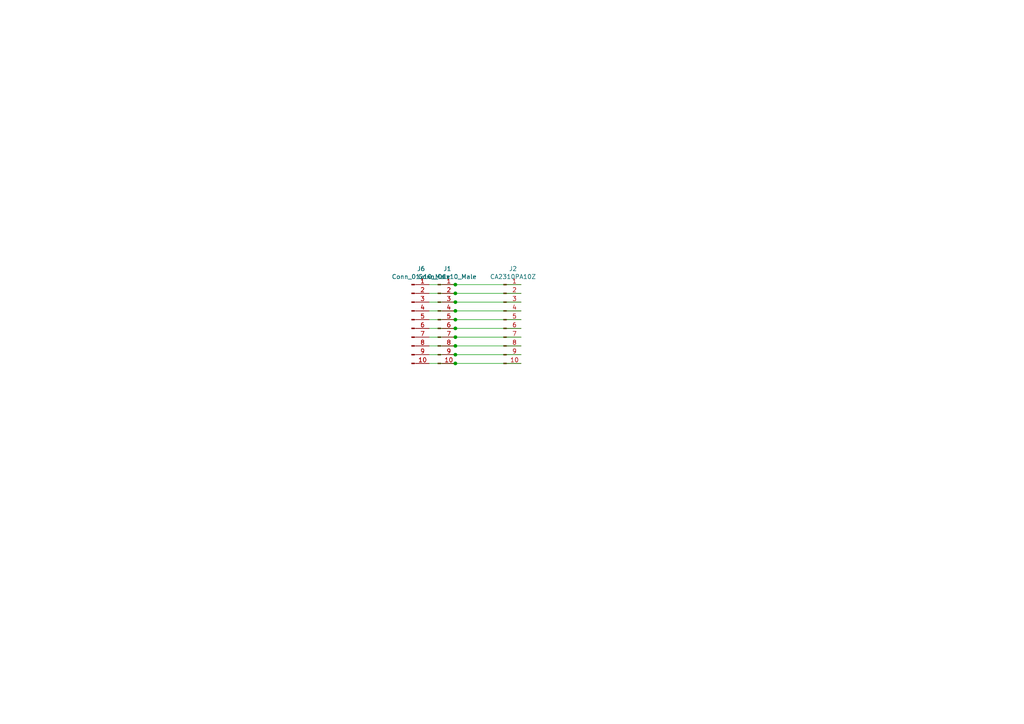
<source format=kicad_sch>
(kicad_sch (version 20211123) (generator eeschema)

  (uuid cccf2fa3-a2bb-4d6d-8426-651b5174ba40)

  (paper "A4")

  (lib_symbols
    (symbol "Connector:Conn_01x10_Male" (pin_names (offset 1.016) hide) (in_bom yes) (on_board yes)
      (property "Reference" "J" (id 0) (at 0 12.7 0)
        (effects (font (size 1.27 1.27)))
      )
      (property "Value" "Conn_01x10_Male" (id 1) (at 0 -15.24 0)
        (effects (font (size 1.27 1.27)))
      )
      (property "Footprint" "" (id 2) (at 0 0 0)
        (effects (font (size 1.27 1.27)) hide)
      )
      (property "Datasheet" "~" (id 3) (at 0 0 0)
        (effects (font (size 1.27 1.27)) hide)
      )
      (property "ki_keywords" "connector" (id 4) (at 0 0 0)
        (effects (font (size 1.27 1.27)) hide)
      )
      (property "ki_description" "Generic connector, single row, 01x10, script generated (kicad-library-utils/schlib/autogen/connector/)" (id 5) (at 0 0 0)
        (effects (font (size 1.27 1.27)) hide)
      )
      (property "ki_fp_filters" "Connector*:*_1x??_*" (id 6) (at 0 0 0)
        (effects (font (size 1.27 1.27)) hide)
      )
      (symbol "Conn_01x10_Male_1_1"
        (polyline
          (pts
            (xy 1.27 -12.7)
            (xy 0.8636 -12.7)
          )
          (stroke (width 0.1524) (type default) (color 0 0 0 0))
          (fill (type none))
        )
        (polyline
          (pts
            (xy 1.27 -10.16)
            (xy 0.8636 -10.16)
          )
          (stroke (width 0.1524) (type default) (color 0 0 0 0))
          (fill (type none))
        )
        (polyline
          (pts
            (xy 1.27 -7.62)
            (xy 0.8636 -7.62)
          )
          (stroke (width 0.1524) (type default) (color 0 0 0 0))
          (fill (type none))
        )
        (polyline
          (pts
            (xy 1.27 -5.08)
            (xy 0.8636 -5.08)
          )
          (stroke (width 0.1524) (type default) (color 0 0 0 0))
          (fill (type none))
        )
        (polyline
          (pts
            (xy 1.27 -2.54)
            (xy 0.8636 -2.54)
          )
          (stroke (width 0.1524) (type default) (color 0 0 0 0))
          (fill (type none))
        )
        (polyline
          (pts
            (xy 1.27 0)
            (xy 0.8636 0)
          )
          (stroke (width 0.1524) (type default) (color 0 0 0 0))
          (fill (type none))
        )
        (polyline
          (pts
            (xy 1.27 2.54)
            (xy 0.8636 2.54)
          )
          (stroke (width 0.1524) (type default) (color 0 0 0 0))
          (fill (type none))
        )
        (polyline
          (pts
            (xy 1.27 5.08)
            (xy 0.8636 5.08)
          )
          (stroke (width 0.1524) (type default) (color 0 0 0 0))
          (fill (type none))
        )
        (polyline
          (pts
            (xy 1.27 7.62)
            (xy 0.8636 7.62)
          )
          (stroke (width 0.1524) (type default) (color 0 0 0 0))
          (fill (type none))
        )
        (polyline
          (pts
            (xy 1.27 10.16)
            (xy 0.8636 10.16)
          )
          (stroke (width 0.1524) (type default) (color 0 0 0 0))
          (fill (type none))
        )
        (rectangle (start 0.8636 -12.573) (end 0 -12.827)
          (stroke (width 0.1524) (type default) (color 0 0 0 0))
          (fill (type outline))
        )
        (rectangle (start 0.8636 -10.033) (end 0 -10.287)
          (stroke (width 0.1524) (type default) (color 0 0 0 0))
          (fill (type outline))
        )
        (rectangle (start 0.8636 -7.493) (end 0 -7.747)
          (stroke (width 0.1524) (type default) (color 0 0 0 0))
          (fill (type outline))
        )
        (rectangle (start 0.8636 -4.953) (end 0 -5.207)
          (stroke (width 0.1524) (type default) (color 0 0 0 0))
          (fill (type outline))
        )
        (rectangle (start 0.8636 -2.413) (end 0 -2.667)
          (stroke (width 0.1524) (type default) (color 0 0 0 0))
          (fill (type outline))
        )
        (rectangle (start 0.8636 0.127) (end 0 -0.127)
          (stroke (width 0.1524) (type default) (color 0 0 0 0))
          (fill (type outline))
        )
        (rectangle (start 0.8636 2.667) (end 0 2.413)
          (stroke (width 0.1524) (type default) (color 0 0 0 0))
          (fill (type outline))
        )
        (rectangle (start 0.8636 5.207) (end 0 4.953)
          (stroke (width 0.1524) (type default) (color 0 0 0 0))
          (fill (type outline))
        )
        (rectangle (start 0.8636 7.747) (end 0 7.493)
          (stroke (width 0.1524) (type default) (color 0 0 0 0))
          (fill (type outline))
        )
        (rectangle (start 0.8636 10.287) (end 0 10.033)
          (stroke (width 0.1524) (type default) (color 0 0 0 0))
          (fill (type outline))
        )
        (pin passive line (at 5.08 10.16 180) (length 3.81)
          (name "Pin_1" (effects (font (size 1.27 1.27))))
          (number "1" (effects (font (size 1.27 1.27))))
        )
        (pin passive line (at 5.08 -12.7 180) (length 3.81)
          (name "Pin_10" (effects (font (size 1.27 1.27))))
          (number "10" (effects (font (size 1.27 1.27))))
        )
        (pin passive line (at 5.08 7.62 180) (length 3.81)
          (name "Pin_2" (effects (font (size 1.27 1.27))))
          (number "2" (effects (font (size 1.27 1.27))))
        )
        (pin passive line (at 5.08 5.08 180) (length 3.81)
          (name "Pin_3" (effects (font (size 1.27 1.27))))
          (number "3" (effects (font (size 1.27 1.27))))
        )
        (pin passive line (at 5.08 2.54 180) (length 3.81)
          (name "Pin_4" (effects (font (size 1.27 1.27))))
          (number "4" (effects (font (size 1.27 1.27))))
        )
        (pin passive line (at 5.08 0 180) (length 3.81)
          (name "Pin_5" (effects (font (size 1.27 1.27))))
          (number "5" (effects (font (size 1.27 1.27))))
        )
        (pin passive line (at 5.08 -2.54 180) (length 3.81)
          (name "Pin_6" (effects (font (size 1.27 1.27))))
          (number "6" (effects (font (size 1.27 1.27))))
        )
        (pin passive line (at 5.08 -5.08 180) (length 3.81)
          (name "Pin_7" (effects (font (size 1.27 1.27))))
          (number "7" (effects (font (size 1.27 1.27))))
        )
        (pin passive line (at 5.08 -7.62 180) (length 3.81)
          (name "Pin_8" (effects (font (size 1.27 1.27))))
          (number "8" (effects (font (size 1.27 1.27))))
        )
        (pin passive line (at 5.08 -10.16 180) (length 3.81)
          (name "Pin_9" (effects (font (size 1.27 1.27))))
          (number "9" (effects (font (size 1.27 1.27))))
        )
      )
    )
  )

  (junction (at 132.08 105.41) (diameter 0) (color 0 0 0 0)
    (uuid 087aecc0-fcba-4fcf-971c-8145dfa7f473)
  )
  (junction (at 132.08 90.17) (diameter 0) (color 0 0 0 0)
    (uuid 2b83b4f9-ec67-4ae3-8156-7795f49f7e65)
  )
  (junction (at 132.08 95.25) (diameter 0) (color 0 0 0 0)
    (uuid 3fa9901a-00e0-460c-905d-4f3ac64295a5)
  )
  (junction (at 132.08 102.87) (diameter 0) (color 0 0 0 0)
    (uuid 63ba0d8e-a253-442f-bc03-b525bafd384c)
  )
  (junction (at 132.08 97.79) (diameter 0) (color 0 0 0 0)
    (uuid 6a2ddd18-86f3-4e58-9a6a-ed7b149a1bf9)
  )
  (junction (at 132.08 100.33) (diameter 0) (color 0 0 0 0)
    (uuid 9c5defa3-5743-45bc-85f0-23562f9e61bc)
  )
  (junction (at 132.08 92.71) (diameter 0) (color 0 0 0 0)
    (uuid b94ffd95-e236-4ffa-929d-d04afcd11e64)
  )
  (junction (at 132.08 87.63) (diameter 0) (color 0 0 0 0)
    (uuid d7eda2db-85fb-49ac-9cdd-3e1964ab8933)
  )
  (junction (at 132.08 82.55) (diameter 0) (color 0 0 0 0)
    (uuid d948849d-4f5f-4ad9-b3b0-d0c18eaa0331)
  )
  (junction (at 132.08 85.09) (diameter 0) (color 0 0 0 0)
    (uuid e292368b-3f22-4cb7-8c5a-648ac4ddb03e)
  )

  (wire (pts (xy 124.46 90.17) (xy 132.08 90.17))
    (stroke (width 0) (type default) (color 0 0 0 0))
    (uuid 08195fb6-4cde-476b-a430-4f20061f0372)
  )
  (wire (pts (xy 132.08 105.41) (xy 151.13 105.41))
    (stroke (width 0) (type default) (color 0 0 0 0))
    (uuid 092ac99a-9876-4ac3-9da7-aa6be02c3130)
  )
  (wire (pts (xy 124.46 85.09) (xy 132.08 85.09))
    (stroke (width 0) (type default) (color 0 0 0 0))
    (uuid 2123ff09-2df2-4622-870d-fec6acd0e9e6)
  )
  (wire (pts (xy 124.46 97.79) (xy 132.08 97.79))
    (stroke (width 0) (type default) (color 0 0 0 0))
    (uuid 2eb67227-478f-4295-a48d-0f6c522213a7)
  )
  (wire (pts (xy 124.46 82.55) (xy 132.08 82.55))
    (stroke (width 0) (type default) (color 0 0 0 0))
    (uuid 43d9fb7a-ff9b-429f-9457-0b43639838fe)
  )
  (wire (pts (xy 132.08 87.63) (xy 151.13 87.63))
    (stroke (width 0) (type default) (color 0 0 0 0))
    (uuid 6348c24b-881c-4ab8-bb38-02d95df1d457)
  )
  (wire (pts (xy 132.08 90.17) (xy 151.13 90.17))
    (stroke (width 0) (type default) (color 0 0 0 0))
    (uuid 6bf0267c-8385-42d9-aade-d67ccf4bc0ce)
  )
  (wire (pts (xy 132.08 85.09) (xy 151.13 85.09))
    (stroke (width 0) (type default) (color 0 0 0 0))
    (uuid 6cbbce34-ef56-4ab7-8dee-cd5e6e9ea677)
  )
  (wire (pts (xy 132.08 102.87) (xy 151.13 102.87))
    (stroke (width 0) (type default) (color 0 0 0 0))
    (uuid 7807f212-38b5-4b5a-8b0a-588efe725f84)
  )
  (wire (pts (xy 124.46 102.87) (xy 132.08 102.87))
    (stroke (width 0) (type default) (color 0 0 0 0))
    (uuid 913c208a-b6eb-4f37-bae9-cc3ef3de2343)
  )
  (wire (pts (xy 132.08 95.25) (xy 151.13 95.25))
    (stroke (width 0) (type default) (color 0 0 0 0))
    (uuid 926a5130-e16d-4ff4-90ec-13b7e3dad932)
  )
  (wire (pts (xy 124.46 105.41) (xy 132.08 105.41))
    (stroke (width 0) (type default) (color 0 0 0 0))
    (uuid a46eddbc-18e2-4e6b-aa00-73ff75e990b4)
  )
  (wire (pts (xy 124.46 95.25) (xy 132.08 95.25))
    (stroke (width 0) (type default) (color 0 0 0 0))
    (uuid c70493ee-1c2d-447b-b8b1-0d9a3a30cf4c)
  )
  (wire (pts (xy 124.46 92.71) (xy 132.08 92.71))
    (stroke (width 0) (type default) (color 0 0 0 0))
    (uuid c92655f1-8c99-48b9-9402-7ee3e4415fd7)
  )
  (wire (pts (xy 132.08 82.55) (xy 151.13 82.55))
    (stroke (width 0) (type default) (color 0 0 0 0))
    (uuid d86d3b16-86f0-4ae1-b50e-b8f83bc93e20)
  )
  (wire (pts (xy 132.08 100.33) (xy 151.13 100.33))
    (stroke (width 0) (type default) (color 0 0 0 0))
    (uuid da785dd9-3129-4a15-9474-675ef22414db)
  )
  (wire (pts (xy 124.46 87.63) (xy 132.08 87.63))
    (stroke (width 0) (type default) (color 0 0 0 0))
    (uuid e896120f-72b3-461f-8fff-c807cb23cca6)
  )
  (wire (pts (xy 124.46 100.33) (xy 132.08 100.33))
    (stroke (width 0) (type default) (color 0 0 0 0))
    (uuid e8a0e535-ce7c-4f0a-b8cc-ca7c143a9a70)
  )
  (wire (pts (xy 132.08 92.71) (xy 151.13 92.71))
    (stroke (width 0) (type default) (color 0 0 0 0))
    (uuid eb3e1467-8861-42a6-a9e0-b6ba308535f1)
  )
  (wire (pts (xy 132.08 97.79) (xy 151.13 97.79))
    (stroke (width 0) (type default) (color 0 0 0 0))
    (uuid f1ad6b11-17f8-48b2-b572-24304162b5b7)
  )

  (symbol (lib_id "Connector:Conn_01x10_Male") (at 127 92.71 0) (unit 1)
    (in_bom yes) (on_board yes)
    (uuid 00000000-0000-0000-0000-0000602487d2)
    (property "Reference" "J1" (id 0) (at 129.7432 77.9526 0))
    (property "Value" "" (id 1) (at 129.7432 80.264 0))
    (property "Footprint" "" (id 2) (at 127 92.71 0)
      (effects (font (size 1.27 1.27)) hide)
    )
    (property "Datasheet" "~" (id 3) (at 127 92.71 0)
      (effects (font (size 1.27 1.27)) hide)
    )
    (pin "1" (uuid a40b901d-0891-451c-af8d-9463c0c64b58))
    (pin "10" (uuid 0a308e6c-907a-470d-98d7-98f5b3bd7e09))
    (pin "2" (uuid 87ee6fcc-def0-4e73-9efb-b1674cc0036d))
    (pin "3" (uuid 0ec22f1e-9186-4253-b9e8-6f9c33c8522c))
    (pin "4" (uuid 9fc16a40-2867-4c12-8435-c88b48045077))
    (pin "5" (uuid 18e8e1ef-4b84-4ba2-ad3d-1a01c36ae0c4))
    (pin "6" (uuid 12a24daa-5427-420f-8c42-5c486abe935b))
    (pin "7" (uuid f5df2531-aec6-4549-b912-bae664265d0c))
    (pin "8" (uuid 4c65d1d4-a0a4-4a25-96ef-743becb49e34))
    (pin "9" (uuid ac865655-4fb5-441a-b1d7-e5e6406da415))
  )

  (symbol (lib_id "Connector:Conn_01x10_Male") (at 119.38 92.71 0) (unit 1)
    (in_bom yes) (on_board yes)
    (uuid 00000000-0000-0000-0000-0000602592e9)
    (property "Reference" "J6" (id 0) (at 122.1232 77.9526 0))
    (property "Value" "" (id 1) (at 122.1232 80.264 0))
    (property "Footprint" "" (id 2) (at 119.38 92.71 0)
      (effects (font (size 1.27 1.27)) hide)
    )
    (property "Datasheet" "~" (id 3) (at 119.38 92.71 0)
      (effects (font (size 1.27 1.27)) hide)
    )
    (pin "1" (uuid fe6e4e14-3e4e-4c13-b243-94b30196097b))
    (pin "10" (uuid 32a47c82-449d-4f64-9f56-af7f4b1b9430))
    (pin "2" (uuid 8c0b88e4-0aa8-4d95-8d89-c6876309e23f))
    (pin "3" (uuid 09e85894-6159-491b-8bef-8caf67776f27))
    (pin "4" (uuid 7c91d93d-11c1-463f-bfa9-8f5510e52819))
    (pin "5" (uuid cabe4a0b-bf49-4f3b-89a1-66ee9137f530))
    (pin "6" (uuid d085fe18-641a-4052-a1e5-5fa5d2f16d7e))
    (pin "7" (uuid 476cbb33-9dbb-4764-923e-d5f4548481d0))
    (pin "8" (uuid 79fd55fb-dc7b-4d1b-894d-0132a94b2eb4))
    (pin "9" (uuid 897e30f5-99b9-4680-9b07-42ae2b2b2631))
  )

  (symbol (lib_id "Connector:Conn_01x10_Male") (at 146.05 92.71 0) (unit 1)
    (in_bom yes) (on_board yes)
    (uuid 3e425ab4-13b7-4cfe-9de4-bcc68d4f7f06)
    (property "Reference" "J2" (id 0) (at 148.7932 77.9526 0))
    (property "Value" "CA2310PA10Z" (id 1) (at 148.7932 80.264 0))
    (property "Footprint" "Connector_PinHeader_2.54mm:PinHeader_2x05_P2.54mm_Vertical" (id 2) (at 146.05 92.71 0)
      (effects (font (size 1.27 1.27)) hide)
    )
    (property "Datasheet" "~" (id 3) (at 146.05 92.71 0)
      (effects (font (size 1.27 1.27)) hide)
    )
    (pin "1" (uuid e58eea6b-97f6-457e-9668-221afc7f5023))
    (pin "10" (uuid 7d700b0c-872b-4c7a-8420-5e491e79a921))
    (pin "2" (uuid 72242e22-ba12-4950-ba88-195e9cf4fc68))
    (pin "3" (uuid b5d220c1-7724-409b-b6e9-dd91fd787caa))
    (pin "4" (uuid 536d7ddd-de6e-4b2e-b9dc-ec7aa6e0a1e2))
    (pin "5" (uuid 81841484-4874-4119-84b3-a3ce0d6871aa))
    (pin "6" (uuid 184cd4b2-3cba-443f-b82b-629545961b68))
    (pin "7" (uuid ba461cea-75c6-489b-a958-0192fbb420df))
    (pin "8" (uuid d80ef666-17a5-4e7d-808d-cc0b8923368e))
    (pin "9" (uuid c3cc3784-cf8b-430d-9531-3ec0bc0a2b2e))
  )

  (sheet_instances
    (path "/" (page "1"))
  )

  (symbol_instances
    (path "/00000000-0000-0000-0000-0000602487d2"
      (reference "J1") (unit 1) (value "Conn_01x10_Male") (footprint "on_edge:on_edge_2x05_device")
    )
    (path "/3e425ab4-13b7-4cfe-9de4-bcc68d4f7f06"
      (reference "J2") (unit 1) (value "CA2310PA10Z") (footprint "Connector_PinHeader_2.54mm:PinHeader_2x05_P2.54mm_Vertical")
    )
    (path "/00000000-0000-0000-0000-0000602592e9"
      (reference "J6") (unit 1) (value "Conn_01x10_Male") (footprint "on_edge:on_edge_2x05_host")
    )
  )
)

</source>
